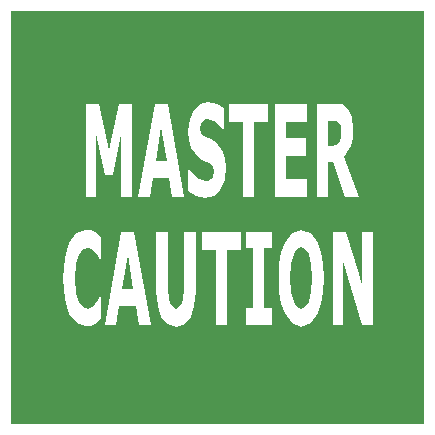
<source format=gts>
%TF.GenerationSoftware,KiCad,Pcbnew,(5.1.12-1-10_14)*%
%TF.CreationDate,2022-04-14T08:39:32-04:00*%
%TF.ProjectId,Caution_SAO,43617574-696f-46e5-9f53-414f2e6b6963,rev?*%
%TF.SameCoordinates,Original*%
%TF.FileFunction,Soldermask,Top*%
%TF.FilePolarity,Negative*%
%FSLAX46Y46*%
G04 Gerber Fmt 4.6, Leading zero omitted, Abs format (unit mm)*
G04 Created by KiCad (PCBNEW (5.1.12-1-10_14)) date 2022-04-14 08:39:32*
%MOMM*%
%LPD*%
G01*
G04 APERTURE LIST*
%ADD10C,0.100000*%
%ADD11R,1.700000X1.700000*%
%ADD12O,1.700000X1.700000*%
G04 APERTURE END LIST*
D10*
%TO.C,svg2mod*%
G36*
X102374085Y-102498533D02*
G01*
X102374085Y-137498537D01*
X108705406Y-137498537D01*
X108705406Y-129235179D01*
X107933999Y-128976087D01*
X107328541Y-128203334D01*
X107103129Y-127626356D01*
X106934245Y-126922345D01*
X106830517Y-126095191D01*
X106795879Y-125148945D01*
X106829286Y-124255881D01*
X106929272Y-123450153D01*
X107092428Y-122742065D01*
X107315879Y-122142485D01*
X107919078Y-121332653D01*
X108707668Y-121046884D01*
X108707674Y-121046881D01*
X109132264Y-121105211D01*
X109484054Y-121248096D01*
X109788368Y-121475536D01*
X110029375Y-121703429D01*
X110029375Y-123614286D01*
X109918594Y-123614286D01*
X109740436Y-123312240D01*
X109499429Y-122968140D01*
X109200090Y-122682370D01*
X108855986Y-122566163D01*
X108469378Y-122703623D01*
X108130249Y-123148102D01*
X107888789Y-123947535D01*
X107798349Y-125154369D01*
X107896469Y-126392854D01*
X108147424Y-127176459D01*
X108489268Y-127594262D01*
X108860955Y-127716346D01*
X109207770Y-127605115D01*
X109527005Y-127303519D01*
X109755353Y-126975245D01*
X109928987Y-126673650D01*
X110029369Y-126673650D01*
X110029369Y-128557830D01*
X109760326Y-128806523D01*
X109491736Y-129007737D01*
X109147632Y-129177299D01*
X108705406Y-129235179D01*
X108705406Y-137498537D01*
X114199766Y-137498537D01*
X114199766Y-129081892D01*
X113202273Y-129081892D01*
X112943630Y-127488450D01*
X111556816Y-127488450D01*
X111298173Y-129081887D01*
X110326000Y-129081887D01*
X111707390Y-121200617D01*
X112624397Y-121200617D01*
X112624397Y-118241636D01*
X111664884Y-118241636D01*
X111664884Y-112964393D01*
X110971703Y-116389107D01*
X110305653Y-116389107D01*
X109612472Y-112964393D01*
X109612472Y-118241636D01*
X108702699Y-118241636D01*
X108702699Y-110360362D01*
X109823185Y-110360362D01*
X110665129Y-114314112D01*
X111503911Y-110360362D01*
X112624397Y-110360362D01*
X112624397Y-118241636D01*
X112624397Y-121200617D01*
X112817925Y-121200617D01*
X114199766Y-129081892D01*
X114199766Y-137498537D01*
X116353014Y-137498537D01*
X116353014Y-129246030D01*
X115631411Y-129051458D01*
X115109539Y-128467850D01*
X114794840Y-127520373D01*
X114689922Y-126234143D01*
X114689922Y-121200617D01*
X115659381Y-121200617D01*
X115659381Y-126117483D01*
X115822616Y-127340596D01*
X116353014Y-127742572D01*
X116880700Y-127356422D01*
X117033987Y-126227384D01*
X117033987Y-118241636D01*
X116036494Y-118241636D01*
X115777399Y-116648650D01*
X114390583Y-116648650D01*
X114131940Y-118241636D01*
X113159770Y-118241636D01*
X114541611Y-110360362D01*
X115652146Y-110360362D01*
X117033987Y-118241636D01*
X117033987Y-126227384D01*
X117048908Y-126117483D01*
X117048908Y-121200617D01*
X118018821Y-121200617D01*
X118018821Y-126228716D01*
X117913175Y-127518982D01*
X117596491Y-128467850D01*
X117074618Y-129051458D01*
X116353014Y-129246030D01*
X116353014Y-137498537D01*
X120681667Y-137498537D01*
X120681667Y-129081892D01*
X119716729Y-129081892D01*
X119716729Y-122724879D01*
X118548767Y-122724879D01*
X118548767Y-121200617D01*
X118830015Y-121200617D01*
X118830015Y-118384515D01*
X118018818Y-118215405D01*
X117373113Y-117775897D01*
X117373113Y-115886291D01*
X117478470Y-115886291D01*
X118146782Y-116659044D01*
X118860310Y-116928989D01*
X119091371Y-116897339D01*
X119325146Y-116791532D01*
X119506013Y-116553239D01*
X119578813Y-116129561D01*
X119473457Y-115685078D01*
X119169145Y-115393883D01*
X118721946Y-115198095D01*
X118282433Y-114959803D01*
X117601460Y-114086669D01*
X117447088Y-113464633D01*
X117395721Y-112710271D01*
X117512445Y-111711281D01*
X117862817Y-110916071D01*
X118399212Y-110392103D01*
X119068761Y-110217475D01*
X119068765Y-110217479D01*
X119797217Y-110370763D01*
X120423023Y-110746966D01*
X120423023Y-112562416D01*
X120319928Y-112562416D01*
X119764659Y-111927121D01*
X119096347Y-111667579D01*
X118855340Y-111704649D01*
X118626541Y-111831708D01*
X118458331Y-112075427D01*
X118387791Y-112440326D01*
X118500834Y-112922336D01*
X118928137Y-113223931D01*
X119322433Y-113398468D01*
X119732101Y-113631335D01*
X120365142Y-114441166D01*
X120519742Y-115026164D01*
X120571334Y-115764658D01*
X120453882Y-116820456D01*
X120101526Y-117659240D01*
X119549934Y-118203163D01*
X118830015Y-118384515D01*
X118830015Y-121200617D01*
X121850081Y-121200617D01*
X121850081Y-122724874D01*
X120681667Y-122724874D01*
X120681667Y-129081892D01*
X120681667Y-137498537D01*
X124452789Y-137498537D01*
X124452789Y-129081892D01*
X122262011Y-129081892D01*
X122262011Y-127684243D01*
X122875158Y-127684243D01*
X122875158Y-122597815D01*
X122262011Y-122597815D01*
X122262011Y-121200617D01*
X122993174Y-121200617D01*
X122993174Y-118241636D01*
X122028239Y-118241636D01*
X122028239Y-111884619D01*
X120860274Y-111884619D01*
X120860274Y-110360362D01*
X124161139Y-110360362D01*
X124161139Y-111884619D01*
X122993174Y-111884619D01*
X122993174Y-118241636D01*
X122993174Y-121200617D01*
X124452789Y-121200617D01*
X124452789Y-122597815D01*
X123839644Y-122597815D01*
X123839644Y-127684243D01*
X124452789Y-127684243D01*
X124452789Y-129081892D01*
X124452789Y-137498537D01*
X126952403Y-137498537D01*
X126952403Y-129246029D01*
X126147851Y-128969363D01*
X125538004Y-128139575D01*
X125253325Y-127312750D01*
X125082585Y-126314251D01*
X125025692Y-125143969D01*
X125082585Y-123965887D01*
X125253325Y-122965341D01*
X125538004Y-122142482D01*
X126147851Y-121312921D01*
X126952403Y-121036481D01*
X127447532Y-121206871D01*
X127447532Y-118241636D01*
X124741728Y-118241636D01*
X124741728Y-110360362D01*
X127447532Y-110360362D01*
X127447532Y-111884619D01*
X125701239Y-111884619D01*
X125701239Y-113245189D01*
X127321827Y-113245189D01*
X127321827Y-114769446D01*
X125701239Y-114769446D01*
X125701239Y-116717381D01*
X127447532Y-116717381D01*
X127447532Y-118241636D01*
X127447532Y-121206871D01*
X127755698Y-121312921D01*
X128366799Y-122142482D01*
X128652926Y-122965341D01*
X128824600Y-123965887D01*
X128881824Y-125143969D01*
X128824931Y-126314251D01*
X128654191Y-127312750D01*
X128369512Y-128139575D01*
X127758938Y-128969363D01*
X126952403Y-129246029D01*
X126952403Y-137498537D01*
X133017398Y-137498537D01*
X133017398Y-129081892D01*
X132087731Y-129081892D01*
X130499699Y-123672163D01*
X130499699Y-129081892D01*
X129615700Y-129081892D01*
X129615700Y-121200617D01*
X130768742Y-121200617D01*
X131861645Y-124817621D01*
X131861645Y-118241635D01*
X130683281Y-118241635D01*
X129663179Y-115351835D01*
X129218693Y-115351835D01*
X129218693Y-118241635D01*
X128258731Y-118241635D01*
X128258731Y-110360362D01*
X129877057Y-110360362D01*
X130447247Y-110439942D01*
X130894446Y-110783590D01*
X131228602Y-111471790D01*
X131354306Y-112525339D01*
X131305905Y-113317994D01*
X131160776Y-113949213D01*
X130613195Y-114864849D01*
X131861645Y-118241635D01*
X131861645Y-124817621D01*
X132132948Y-125715508D01*
X132132948Y-121200617D01*
X133017398Y-121200617D01*
X133017398Y-129081892D01*
X133017398Y-137498537D01*
X137374083Y-137498537D01*
X137374083Y-102498533D01*
X102374085Y-102498533D01*
G37*
G36*
X126955116Y-122523660D02*
G01*
X126608299Y-122661571D01*
X126311673Y-123116450D01*
X126105935Y-123937132D01*
X126028155Y-125143969D01*
X126103215Y-126345377D01*
X126306692Y-127149782D01*
X126600606Y-127610539D01*
X126955110Y-127758398D01*
X127309160Y-127610539D01*
X127603072Y-127139382D01*
X127811524Y-126292472D01*
X127879354Y-125138542D01*
X127801584Y-123931708D01*
X127598105Y-123127303D01*
X127301931Y-122666543D01*
X126955116Y-122523660D01*
G37*
G36*
X115084218Y-112377028D02*
G01*
X114624358Y-115203526D01*
X115544076Y-115203526D01*
X115084218Y-112377028D01*
G37*
G36*
X112250449Y-123217284D02*
G01*
X111790588Y-126043779D01*
X112709858Y-126043779D01*
X112250449Y-123217284D01*
G37*
G36*
X129218693Y-111810464D02*
G01*
X129218693Y-113932934D01*
X129514867Y-113932934D01*
X129901926Y-113885454D01*
X130163283Y-113668413D01*
X130308881Y-113308488D01*
X130356811Y-112774028D01*
X130298931Y-112265790D01*
X130100425Y-111932543D01*
X129871625Y-111831709D01*
X129567765Y-111810459D01*
X129218693Y-111810464D01*
G37*
%TD*%
D11*
%TO.C,J1*%
X116840000Y-133350000D03*
D12*
X116840000Y-135890000D03*
X119380000Y-133350000D03*
X119380000Y-135890000D03*
X121920000Y-133350000D03*
X121920000Y-135890000D03*
%TD*%
M02*

</source>
